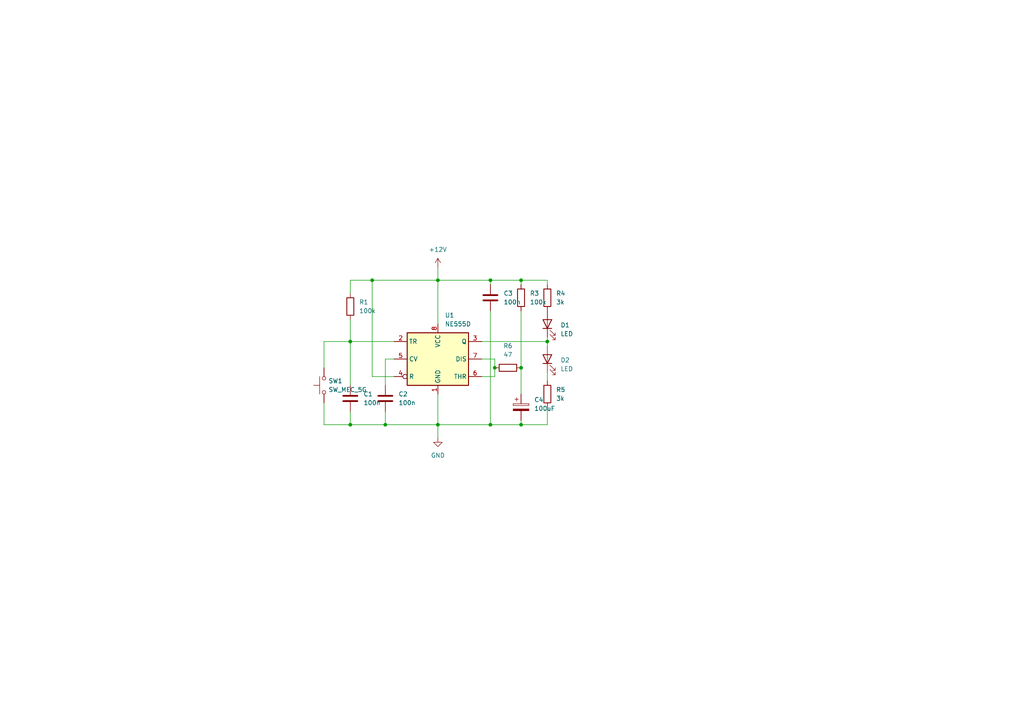
<source format=kicad_sch>
(kicad_sch (version 20230121) (generator eeschema)
  (paper "A4")
  (lib_symbols
    (symbol "Device:C" (pin_numbers hide) (pin_names (offset 0.254))
      (property "Reference" "C" (at 0.635 2.54 0))
      (property "Value" "C" (at 0.635 -2.54 0))
      (symbol "C_0_1"
        (polyline (pts (xy -2.032 -0.762) (xy 2.032 -0.762)) (stroke (width 0.508)))
        (polyline (pts (xy -2.032 0.762) (xy 2.032 0.762)) (stroke (width 0.508)))
      )
      (symbol "C_1_1"
        (pin passive line (at 0 3.81 270) (length 2.794) (name "~") (number "1"))
        (pin passive line (at 0 -3.81 90) (length 2.794) (name "~") (number "2"))
      )
    )
    (symbol "Device:C_Polarized" (pin_numbers hide) (pin_names (offset 0.254))
      (property "Reference" "C" (at 0.635 2.54 0))
      (property "Value" "C_Polarized" (at 0.635 -2.54 0))
      (symbol "C_Polarized_0_1"
        (rectangle (start -2.286 0.508) (end 2.286 1.016))
        (polyline (pts (xy -1.778 2.286) (xy -0.762 2.286)))
        (polyline (pts (xy -1.27 2.794) (xy -1.27 1.778)))
        (rectangle (start 2.286 -0.508) (end -2.286 -1.016) (fill (type outline)))
      )
      (symbol "C_Polarized_1_1"
        (pin passive line (at 0 3.81 270) (length 2.794) (name "~") (number "1"))
        (pin passive line (at 0 -3.81 90) (length 2.794) (name "~") (number "2"))
      )
    )
    (symbol "Device:LED" (pin_numbers hide) (pin_names (offset 1.016) hide)
      (property "Reference" "D" (at 0 2.54 0))
      (property "Value" "LED" (at 0 -2.54 0))
      (symbol "LED_0_1"
        (polyline (pts (xy -1.27 -1.27) (xy -1.27 1.27)) (stroke (width 0.254)))
        (polyline (pts (xy -1.27 0) (xy 1.27 0)))
        (polyline (pts (xy 1.27 -1.27) (xy 1.27 1.27) (xy -1.27 0) (xy 1.27 -1.27)) (stroke (width 0.254)))
        (polyline (pts (xy -3.048 -0.762) (xy -4.572 -2.286) (xy -3.81 -2.286) (xy -4.572 -2.286) (xy -4.572 -1.524)))
        (polyline (pts (xy -1.778 -0.762) (xy -3.302 -2.286) (xy -2.54 -2.286) (xy -3.302 -2.286) (xy -3.302 -1.524)))
      )
      (symbol "LED_1_1"
        (pin passive line (at -3.81 0 0) (length 2.54) (name "K") (number "1"))
        (pin passive line (at 3.81 0 180) (length 2.54) (name "A") (number "2"))
      )
    )
    (symbol "Device:R" (pin_numbers hide) (pin_names (offset 0))
      (property "Reference" "R" (at 2.032 0 90))
      (property "Value" "R" (at 0 0 90))
      (symbol "R_0_1"
        (rectangle (start -1.016 -2.54) (end 1.016 2.54) (stroke (width 0.254)))
      )
      (symbol "R_1_1"
        (pin passive line (at 0 3.81 270) (length 1.27) (name "~") (number "1"))
        (pin passive line (at 0 -3.81 90) (length 1.27) (name "~") (number "2"))
      )
    )
    (symbol "Switch:SW_MEC_5G" (pin_numbers hide) (pin_names (offset 1.016) hide)
      (property "Reference" "SW" (at 1.27 2.54 0))
      (property "Value" "SW_MEC_5G" (at 0 -1.524 0))
      (symbol "SW_MEC_5G_0_1"
        (circle (center -2.032 0) (radius 0.508))
        (polyline (pts (xy 0 1.27) (xy 0 3.048)))
        (polyline (pts (xy 2.54 1.27) (xy -2.54 1.27)))
        (circle (center 2.032 0) (radius 0.508))
        (pin passive line (at -5.08 0 0) (length 2.54) (name "A") (number "1"))
        (pin passive line (at 5.08 0 180) (length 2.54) (name "B") (number "3"))
      )
      (symbol "SW_MEC_5G_1_1"
        (pin passive line (at -5.08 0 0) (length 2.54) hide (name "A") (number "2"))
        (pin passive line (at 5.08 0 180) (length 2.54) hide (name "B") (number "4"))
      )
    )
    (symbol "Timer:NE555D"
      (property "Reference" "U" (at -10.16 8.89 0))
      (property "Value" "NE555D" (at 2.54 8.89 0))
      (symbol "NE555D_0_0"
        (pin power_in line (at 0 -10.16 90) (length 2.54) (name "GND") (number "1"))
        (pin power_in line (at 0 10.16 270) (length 2.54) (name "VCC") (number "8"))
      )
      (symbol "NE555D_0_1"
        (rectangle (start -8.89 -7.62) (end 8.89 7.62) (stroke (width 0.254)) (fill (type background)))
        (rectangle (start -8.89 -7.62) (end 8.89 7.62) (stroke (width 0.254)) (fill (type background)))
      )
      (symbol "NE555D_1_1"
        (pin input line (at -12.7 5.08 0) (length 3.81) (name "TR") (number "2"))
        (pin output line (at 12.7 5.08 180) (length 3.81) (name "Q") (number "3"))
        (pin input inverted (at -12.7 -5.08 0) (length 3.81) (name "R") (number "4"))
        (pin input line (at -12.7 0 0) (length 3.81) (name "CV") (number "5"))
        (pin input line (at 12.7 -5.08 180) (length 3.81) (name "THR") (number "6"))
        (pin input line (at 12.7 0 180) (length 3.81) (name "DIS") (number "7"))
      )
    )
    (symbol "power:+12V" (power) (pin_names (offset 0))
      (property "Value" "+12V" (at 0 3.556 0))
      (symbol "+12V_0_1"
        (polyline (pts (xy -0.762 1.27) (xy 0 2.54)))
        (polyline (pts (xy 0 0) (xy 0 2.54)))
        (polyline (pts (xy 0 2.54) (xy 0.762 1.27)))
      )
      (symbol "+12V_1_1"
        (pin power_in line (at 0 0 90) (length 0) hide (name "+12V") (number "1"))
      )
    )
    (symbol "power:GND" (power) (pin_names (offset 0))
      (property "Value" "GND" (at 0 -3.81 0))
      (symbol "GND_0_1"
        (polyline (pts (xy 0 0) (xy 0 -1.27) (xy 1.27 -1.27) (xy 0 -2.54) (xy -1.27 -1.27) (xy 0 -1.27)))
      )
      (symbol "GND_1_1"
        (pin power_in line (at 0 0 270) (length 0) hide (name "GND") (number "1"))
      )
    )
  )
  (junction (at 151.13 123.19))
  (junction (at 107.95 81.28))
  (junction (at 127 81.28))
  (junction (at 142.24 123.19))
  (junction (at 101.6 123.19))
  (junction (at 127 123.19))
  (junction (at 151.13 106.68))
  (junction (at 101.6 99.06))
  (junction (at 158.75 99.06))
  (junction (at 143.51 106.68))
  (junction (at 151.13 81.28))
  (junction (at 142.24 81.28))
  (junction (at 111.76 123.19))
  (wire (pts (xy 107.95 81.28) (xy 101.6 81.28)))
  (wire (pts (xy 101.6 119.38) (xy 101.6 123.19)))
  (wire (pts (xy 151.13 81.28) (xy 151.13 82.55)))
  (wire (pts (xy 107.95 81.28) (xy 127 81.28)))
  (wire (pts (xy 127 81.28) (xy 142.24 81.28)))
  (wire (pts (xy 127 77.47) (xy 127 81.28)))
  (wire (pts (xy 127 127) (xy 127 123.19)))
  (wire (pts (xy 127 81.28) (xy 127 93.98)))
  (wire (pts (xy 101.6 123.19) (xy 111.76 123.19)))
  (wire (pts (xy 101.6 99.06) (xy 114.3 99.06)))
  (wire (pts (xy 158.75 82.55) (xy 158.75 81.28)))
  (wire (pts (xy 151.13 121.92) (xy 151.13 123.19)))
  (wire (pts (xy 143.51 106.68) (xy 143.51 104.14)))
  (wire (pts (xy 142.24 81.28) (xy 151.13 81.28)))
  (wire (pts (xy 114.3 104.14) (xy 111.76 104.14)))
  (wire (pts (xy 139.7 99.06) (xy 158.75 99.06)))
  (wire (pts (xy 158.75 107.95) (xy 158.75 110.49)))
  (wire (pts (xy 143.51 106.68) (xy 143.51 109.22)))
  (wire (pts (xy 107.95 109.22) (xy 107.95 81.28)))
  (wire (pts (xy 151.13 106.68) (xy 151.13 114.3)))
  (wire (pts (xy 114.3 109.22) (xy 107.95 109.22)))
  (wire (pts (xy 151.13 81.28) (xy 158.75 81.28)))
  (wire (pts (xy 111.76 123.19) (xy 127 123.19)))
  (wire (pts (xy 142.24 81.28) (xy 142.24 82.55)))
  (wire (pts (xy 142.24 90.17) (xy 142.24 123.19)))
  (wire (pts (xy 139.7 109.22) (xy 143.51 109.22)))
  (wire (pts (xy 158.75 99.06) (xy 158.75 100.33)))
  (wire (pts (xy 93.98 99.06) (xy 101.6 99.06)))
  (wire (pts (xy 151.13 123.19) (xy 158.75 123.19)))
  (wire (pts (xy 93.98 116.84) (xy 93.98 123.19)))
  (wire (pts (xy 111.76 104.14) (xy 111.76 111.76)))
  (wire (pts (xy 93.98 123.19) (xy 101.6 123.19)))
  (wire (pts (xy 158.75 97.79) (xy 158.75 99.06)))
  (wire (pts (xy 101.6 81.28) (xy 101.6 85.09)))
  (wire (pts (xy 127 123.19) (xy 142.24 123.19)))
  (wire (pts (xy 111.76 119.38) (xy 111.76 123.19)))
  (wire (pts (xy 142.24 123.19) (xy 151.13 123.19)))
  (wire (pts (xy 101.6 99.06) (xy 101.6 111.76)))
  (wire (pts (xy 151.13 90.17) (xy 151.13 106.68)))
  (wire (pts (xy 139.7 104.14) (xy 143.51 104.14)))
  (wire (pts (xy 127 114.3) (xy 127 123.19)))
  (wire (pts (xy 101.6 92.71) (xy 101.6 99.06)))
  (wire (pts (xy 93.98 106.68) (xy 93.98 99.06)))
  (wire (pts (xy 158.75 118.11) (xy 158.75 123.19)))
  (symbol (lib_id "Device:R") (at 101.6 88.9 0) (unit 1)
    (property "Reference" "R1" (at 104.14 87.6299 0) (effects (justify left)))
    (property "Value" "100k" (at 104.14 90.1699 0) (effects (justify left)))
  )
  (symbol (lib_id "Device:R") (at 158.75 86.36 0) (unit 1)
    (property "Reference" "R4" (at 161.29 85.0899 0) (effects (justify left)))
    (property "Value" "3k" (at 161.29 87.6299 0) (effects (justify left)))
  )
  (symbol (lib_id "Device:R") (at 147.32 106.68 90) (unit 1)
    (property "Reference" "R6" (at 147.32 100.33 90))
    (property "Value" "47" (at 147.32 102.87 90))
  )
  (symbol (lib_id "Device:C_Polarized") (at 151.13 118.11 0) (unit 1)
    (property "Reference" "C4" (at 154.94 115.9509 0) (effects (justify left)))
    (property "Value" "100uF" (at 154.94 118.4909 0) (effects (justify left)))
  )
  (symbol (lib_id "Timer:NE555D") (at 127 104.14 0) (unit 1)
    (property "Reference" "U1" (at 129.0194 91.44 0) (effects (justify left)))
    (property "Value" "NE555D" (at 129.0194 93.98 0) (effects (justify left)))
    (property "Footprint" "Package_SO:SOIC-8_3.9x4.9mm_P1.27mm" (effects hide))
    (property "Datasheet" "http://www.ti.com/lit/ds/symlink/ne555.pdf" (effects hide))
  )
  (symbol (lib_id "Device:C") (at 142.24 86.36 0) (unit 1)
    (property "Reference" "C3" (at 146.05 85.0899 0) (effects (justify left)))
    (property "Value" "100n" (at 146.05 87.6299 0) (effects (justify left)))
  )
  (symbol (lib_id "Device:C") (at 111.76 115.57 0) (unit 1)
    (property "Reference" "C2" (at 115.57 114.2999 0) (effects (justify left)))
    (property "Value" "100n" (at 115.57 116.8399 0) (effects (justify left)))
  )
  (symbol (lib_id "Switch:SW_MEC_5G") (at 93.98 111.76 90) (unit 1)
    (property "Reference" "SW1" (at 95.25 110.4899 90) (effects (justify right)))
    (property "Value" "SW_MEC_5G" (at 95.25 113.0299 90) (effects (justify right)))
    (property "Datasheet" "http://www.apem.com/int/index.php?controller=attachment&id_attachment=488" (effects hide))
  )
  (symbol (lib_id "Device:LED") (at 158.75 93.98 90) (unit 1)
    (property "Reference" "D1" (at 162.56 94.2974 90) (effects (justify right)))
    (property "Value" "LED" (at 162.56 96.8374 90) (effects (justify right)))
  )
  (symbol (lib_id "Device:C") (at 101.6 115.57 0) (unit 1)
    (property "Reference" "C1" (at 105.41 114.2999 0) (effects (justify left)))
    (property "Value" "100n" (at 105.41 116.8399 0) (effects (justify left)))
  )
  (symbol (lib_id "Device:LED") (at 158.75 104.14 90) (unit 1)
    (property "Reference" "D2" (at 162.56 104.4574 90) (effects (justify right)))
    (property "Value" "LED" (at 162.56 106.9974 90) (effects (justify right)))
  )
  (symbol (lib_id "Device:R") (at 151.13 86.36 0) (unit 1)
    (property "Reference" "R3" (at 153.67 85.0899 0) (effects (justify left)))
    (property "Value" "100k" (at 153.67 87.6299 0) (effects (justify left)))
  )
  (symbol (lib_id "power:GND") (at 127 127 0) (unit 1)
    (property "Reference" "#PWR02" (effects hide))
    (property "Value" "GND" (at 127 132.08 0))
  )
  (symbol (lib_id "power:+12V") (at 127 77.47 0) (unit 1)
    (property "Reference" "#PWR01" (effects hide))
    (property "Value" "+12V" (at 127 72.39 0))
  )
  (symbol (lib_id "Device:R") (at 158.75 114.3 0) (unit 1)
    (property "Reference" "R5" (at 161.29 113.0299 0) (effects (justify left)))
    (property "Value" "3k" (at 161.29 115.5699 0) (effects (justify left)))
  )
)
</source>
